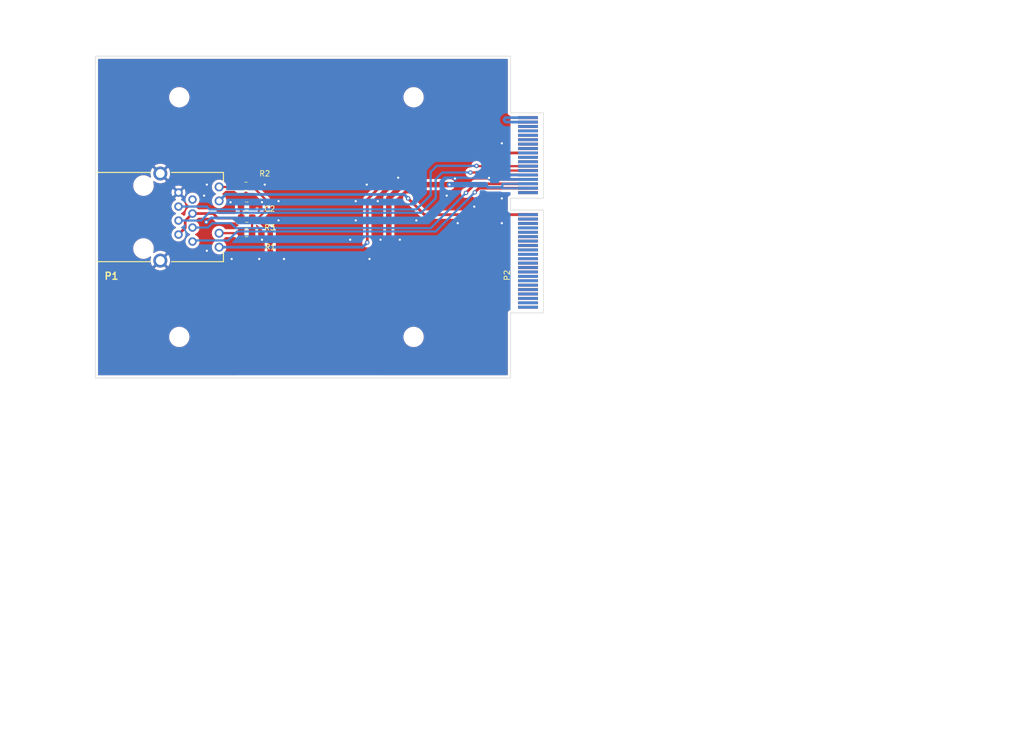
<source format=kicad_pcb>
(kicad_pcb (version 20221018) (generator pcbnew)
  (layers (0 "F.Cu" signal) (31 "B.Cu" signal) (34 "B.Paste" user) (35 "F.Paste" user) (36 "B.SilkS" user "B.Silkscreen") (37 "F.SilkS" user "F.Silkscreen") (38 "B.Mask" user) (39 "F.Mask" user) (44 "Edge.Cuts" user))
  (net 0 "")
  (net 1 "GND")
  (net 2 "LED2")
  (net 3 "TX+")
  (net 4 "TX-")
  (net 5 "RX+")
  (net 6 "RX-")
  (net 7 "LED1")
  (net 53 "+3.3V")
  (net 74 "Net-(P2-Pin_78)")
  (net 76 "Net-(P1-CRD)")
  (net 78 "Net-(P1-AG)")
  (net 79 "Net-(P1-AY)")
  (footprint "Capacitor_SMD:C_0805_2012Metric_Pad1.18x1.45mm_HandSolder" (layer "F.Cu") (at 139.7375 86.4 180)
    (fp_text reference "C2" (at -4.1625 -0.5) (layer "F.SilkS"))
    (fp_text value "1n")
    (fp_line (start -0.261252 -0.735) (end 0.261252 -0.735) (stroke (width 0.12)) (layer "F.SilkS"))
    (fp_line (start -0.261252 0.735) (end 0.261252 0.735) (stroke (width 0.12)) (layer "F.SilkS"))
    (pad "1" smd roundrect (at -1.0375 0 180) (size 1.175 1.45) (layers "F.Cu" "F.Paste" "F.Mask") (roundrect_rratio 0.2127659574) (net 1 "GND"))
    (pad "2" smd roundrect (at 1.0375 0 180) (size 1.175 1.45) (layers "F.Cu" "F.Paste" "F.Mask") (roundrect_rratio 0.2127659574) (net 76 "Net-(P1-CRD)"))
  )
  (footprint "DSOXLAN:cardedge_40x2" (layer "F.Cu") (at 190.754 104.75)
    (fp_text reference "P2" (at -3.8 -5.8 90) (layer "F.SilkS"))
    (fp_text value "CONN_02X40" hide)
    (pad "1" connect rect (at 0 0) (size 3.6 0.55) (layers "F.Cu" "F.Mask"))
    (pad "2" connect rect (at 0 0) (size 3.6 0.55) (layers "B.Cu" "B.Mask"))
    (pad "3" connect rect (at 0 -0.8) (size 3.6 0.55) (layers "F.Cu" "F.Mask"))
    (pad "4" connect rect (at 0 -0.8) (size 3.6 0.55) (layers "B.Cu" "B.Mask"))
    (pad "5" connect rect (at 0 -1.6) (size 3.6 0.55) (layers "F.Cu" "F.Mask"))
    (pad "6" connect rect (at 0 -1.6) (size 3.6 0.55) (layers "B.Cu" "B.Mask"))
    (pad "7" connect rect (at 0 -2.4) (size 3.6 0.55) (layers "F.Cu" "F.Mask"))
    (pad "8" connect rect (at 0 -2.4) (size 3.6 0.55) (layers "B.Cu" "B.Mask"))
    (pad "9" connect rect (at 0 -3.2) (size 3.6 0.55) (layers "F.Cu" "F.Mask"))
    (pad "10" connect rect (at 0 -3.2) (size 3.6 0.55) (layers "B.Cu" "B.Mask"))
    (pad "11" connect rect (at 0 -4) (size 3.6 0.55) (layers "F.Cu" "F.Mask"))
    (pad "12" connect rect (at 0 -4) (size 3.6 0.55) (layers "B.Cu" "B.Mask"))
    (pad "13" connect rect (at 0 -4.8) (size 3.6 0.55) (layers "F.Cu" "F.Mask"))
    (pad "14" connect rect (at 0 -4.8) (size 3.6 0.55) (layers "B.Cu" "B.Mask"))
    (pad "15" connect rect (at 0 -5.6) (size 3.6 0.55) (layers "F.Cu" "F.Mask"))
    (pad "16" connect rect (at 0 -5.6) (size 3.6 0.55) (layers "B.Cu" "B.Mask"))
    (pad "17" connect rect (at 0 -6.4) (size 3.6 0.55) (layers "F.Cu" "F.Mask"))
    (pad "18" connect rect (at 0 -6.4) (size 3.6 0.55) (layers "B.Cu" "B.Mask"))
    (pad "19" connect rect (at 0 -7.2) (size 3.6 0.55) (layers "F.Cu" "F.Mask"))
    (pad "20" connect rect (at 0 -7.2) (size 3.6 0.55) (layers "B.Cu" "B.Mask"))
    (pad "21" connect rect (at 0 -8) (size 3.6 0.55) (layers "F.Cu" "F.Mask"))
    (pad "22" connect rect (at 0 -8) (size 3.6 0.55) (layers "B.Cu" "B.Mask"))
    (pad "23" connect rect (at 0 -8.8) (size 3.6 0.55) (layers "F.Cu" "F.Mask"))
    (pad "24" connect rect (at 0 -8.8) (size 3.6 0.55) (layers "B.Cu" "B.Mask"))
    (pad "25" connect rect (at 0 -9.6) (size 3.6 0.55) (layers "F.Cu" "F.Mask"))
    (pad "26" connect rect (at 0 -9.6) (size 3.6 0.55) (layers "B.Cu" "B.Mask"))
    (pad "27" connect rect (at 0 -10.4) (size 3.6 0.55) (layers "F.Cu" "F.Mask"))
    (pad "28" connect rect (at 0 -10.4) (size 3.6 0.55) (layers "B.Cu" "B.Mask"))
    (pad "29" connect rect (at 0 -11.2) (size 3.6 0.55) (layers "F.Cu" "F.Mask"))
    (pad "30" connect rect (at 0 -11.2) (size 3.6 0.55) (layers "B.Cu" "B.Mask"))
    (pad "31" connect rect (at 0 -12) (size 3.6 0.55) (layers "F.Cu" "F.Mask"))
    (pad "32" connect rect (at 0 -12) (size 3.6 0.55) (layers "B.Cu" "B.Mask"))
    (pad "33" connect rect (at 0 -12.8) (size 3.6 0.55) (layers "F.Cu" "F.Mask"))
    (pad "34" connect rect (at 0 -12.8) (size 3.6 0.55) (layers "B.Cu" "B.Mask"))
    (pad "35" connect rect (at 0 -13.6) (size 3.6 0.55) (layers "F.Cu" "F.Mask"))
    (pad "36" connect rect (at 0 -13.6) (size 3.6 0.55) (layers "B.Cu" "B.Mask"))
    (pad "37" connect rect (at 0 -14.4) (size 3.6 0.55) (layers "F.Cu" "F.Mask"))
    (pad "38" connect rect (at 0 -14.4) (size 3.6 0.55) (layers "B.Cu" "B.Mask"))
    (pad "39" connect rect (at 0 -15.2) (size 3.6 0.55) (layers "F.Cu" "F.Mask"))
    (pad "40" connect rect (at 0 -15.2) (size 3.6 0.55) (layers "B.Cu" "B.Mask"))
    (pad "41" connect rect (at 0 -16) (size 3.6 0.55) (layers "F.Cu" "F.Mask"))
    (pad "42" connect rect (at 0 -16) (size 3.6 0.55) (layers "B.Cu" "B.Mask"))
    (pad "43" connect rect (at 0 -16.8) (size 3.6 0.55) (layers "F.Cu" "F.Mask") (net 2 "LED2"))
    (pad "44" connect rect (at 0 -16.8) (size 3.6 0.55) (layers "B.Cu" "B.Mask"))
    (pad "45" connect rect (at 0 -20.8) (size 3.6 0.55) (layers "F.Cu" "F.Mask"))
    (pad "46" connect rect (at 0 -20.8) (size 3.6 0.55) (layers "B.Cu" "B.Mask"))
    (pad "47" connect rect (at 0 -21.6) (size 3.6 0.55) (layers "F.Cu" "F.Mask") (net 3 "TX+"))
    (pad "48" connect rect (at 0 -21.6) (size 3.6 0.55) (layers "B.Cu" "B.Mask") (net 53 "+3.3V"))
    (pad "49" connect rect (at 0 -22.4) (size 3.6 0.55) (layers "F.Cu" "F.Mask") (net 4 "TX-"))
    (pad "50" connect rect (at 0 -22.4) (size 3.6 0.55) (layers "B.Cu" "B.Mask") (net 53 "+3.3V"))
    (pad "51" connect rect (at 0 -23.2) (size 3.6 0.55) (layers "F.Cu" "F.Mask") (net 1 "GND"))
    (pad "52" connect rect (at 0 -23.2) (size 3.6 0.55) (layers "B.Cu" "B.Mask") (net 1 "GND"))
    (pad "53" connect rect (at 0 -24) (size 3.6 0.55) (layers "F.Cu" "F.Mask") (net 1 "GND"))
    (pad "54" connect rect (at 0 -24) (size 3.6 0.55) (layers "B.Cu" "B.Mask") (net 1 "GND"))
    (pad "55" connect rect (at 0 -24.8) (size 3.6 0.55) (layers "F.Cu" "F.Mask") (net 5 "RX+"))
    (pad "56" connect rect (at 0 -24.8) (size 3.6 0.55) (layers "B.Cu" "B.Mask"))
    (pad "57" connect rect (at 0 -25.6) (size 3.6 0.55) (layers "F.Cu" "F.Mask") (net 6 "RX-"))
    (pad "58" connect rect (at 0 -25.6) (size 3.6 0.55) (layers "B.Cu" "B.Mask"))
    (pad "59" connect rect (at 0 -26.4) (size 3.6 0.55) (layers "F.Cu" "F.Mask"))
    (pad "60" connect rect (at 0 -26.4) (size 3.6 0.55) (layers "B.Cu" "B.Mask"))
    (pad "61" connect rect (at 0 -27.2) (size 3.6 0.55) (layers "F.Cu" "F.Mask"))
    (pad "62" connect rect (at 0 -27.2) (size 3.6 0.55) (layers "B.Cu" "B.Mask"))
    (pad "63" connect rect (at 0 -28) (size 3.6 0.55) (layers "F.Cu" "F.Mask") (net 7 "LED1"))
    (pad "64" connect rect (at 0 -28) (size 3.6 0.55) (layers "B.Cu" "B.Mask"))
    (pad "65" connect rect (at 0 -28.8) (size 3.6 0.55) (layers "F.Cu" "F.Mask"))
    (pad "66" connect rect (at 0 -28.8) (size 3.6 0.55) (layers "B.Cu" "B.Mask"))
    (pad "67" connect rect (at 0 -29.6) (size 3.6 0.55) (layers "F.Cu" "F.Mask"))
    (pad "68" connect rect (at 0 -29.6) (size 3.6 0.55) (layers "B.Cu" "B.Mask"))
    (pad "69" connect rect (at 0 -30.4) (size 3.6 0.55) (layers "F.Cu" "F.Mask"))
    (pad "70" connect rect (at 0 -30.4) (size 3.6 0.55) (layers "B.Cu" "B.Mask"))
    (pad "71" connect rect (at 0 -31.2) (size 3.6 0.55) (layers "F.Cu" "F.Mask"))
    (pad "72" connect rect (at 0 -31.2) (size 3.6 0.55) (layers "B.Cu" "B.Mask"))
    (pad "73" connect rect (at 0 -32) (size 3.6 0.55) (layers "F.Cu" "F.Mask"))
    (pad "74" connect rect (at 0 -32) (size 3.6 0.55) (layers "B.Cu" "B.Mask"))
    (pad "75" connect rect (at 0 -32.8) (size 3.6 0.55) (layers "F.Cu" "F.Mask"))
    (pad "76" connect rect (at 0 -32.8) (size 3.6 0.55) (layers "B.Cu" "B.Mask"))
    (pad "77" connect rect (at 0 -33.6) (size 3.6 0.55) (layers "F.Cu" "F.Mask"))
    (pad "78" connect rect (at 0 -33.6) (size 3.6 0.55) (layers "B.Cu" "B.Mask") (net 74 "Net-(P2-Pin_78)"))
    (pad "79" connect rect (at 0 -34.4) (size 3.6 0.55) (layers "F.Cu" "F.Mask"))
    (pad "80" connect rect (at 0 -34.4) (size 3.6 0.55) (layers "B.Cu" "B.Mask") (net 74 "Net-(P2-Pin_78)"))
  )
  (footprint "Resistor_SMD:R_0805_2012Metric_Pad1.20x1.40mm_HandSolder" (layer "F.Cu") (at 139.7 91.2 180)
    (fp_text reference "R1" (at -4.3 -2.6 180) (layer "F.SilkS"))
    (fp_text value "470R")
    (fp_line (start -0.227064 -0.735) (end 0.227064 -0.735) (stroke (width 0.12)) (layer "F.SilkS"))
    (fp_line (start -0.227064 0.735) (end 0.227064 0.735) (stroke (width 0.12)) (layer "F.SilkS"))
    (pad "1" smd roundrect (at -1 0 180) (size 1.2 1.4) (layers "F.Cu" "F.Paste" "F.Mask") (roundrect_rratio 0.2083333333) (net 53 "+3.3V"))
    (pad "2" smd roundrect (at 1 0 180) (size 1.2 1.4) (layers "F.Cu" "F.Paste" "F.Mask") (roundrect_rratio 0.2083333333) (net 78 "Net-(P1-AG)"))
  )
  (footprint "Resistor_SMD:R_0805_2012Metric_Pad1.20x1.40mm_HandSolder" (layer "F.Cu") (at 139.6 82.8 180)
    (fp_text reference "R2" (at -3.4 2.3 180) (layer "F.SilkS"))
    (fp_text value "470R")
    (fp_line (start -0.227064 -0.735) (end 0.227064 -0.735) (stroke (width 0.12)) (layer "F.SilkS"))
    (fp_line (start -0.227064 0.735) (end 0.227064 0.735) (stroke (width 0.12)) (layer "F.SilkS"))
    (pad "1" smd roundrect (at -1 0 180) (size 1.2 1.4) (layers "F.Cu" "F.Paste" "F.Mask") (roundrect_rratio 0.2083333333) (net 53 "+3.3V"))
    (pad "2" smd roundrect (at 1 0 180) (size 1.2 1.4) (layers "F.Cu" "F.Paste" "F.Mask") (roundrect_rratio 0.2083333333) (net 79 "Net-(P1-AY)"))
  )
  (footprint "Resistor_SMD:R_0805_2012Metric_Pad1.20x1.40mm_HandSolder" (layer "F.Cu") (at 139.7375 88.59 180)
    (fp_text reference "R3" (at -4.1625 -1.71) (layer "F.SilkS"))
    (fp_text value "10R")
    (fp_line (start -0.227064 -0.735) (end 0.227064 -0.735) (stroke (width 0.12)) (layer "F.SilkS"))
    (fp_line (start -0.227064 0.735) (end 0.227064 0.735) (stroke (width 0.12)) (layer "F.SilkS"))
    (pad "1" smd roundrect (at -1 0 180) (size 1.2 1.4) (layers "F.Cu" "F.Paste" "F.Mask") (roundrect_rratio 0.2083333333) (net 53 "+3.3V"))
    (pad "2" smd roundrect (at 1 0 180) (size 1.2 1.4) (layers "F.Cu" "F.Paste" "F.Mask") (roundrect_rratio 0.2083333333) (net 76 "Net-(P1-CRD)"))
  )
  (footprint "DSOXLAN:WURTH-7499010121A" (layer "F.Cu") (at 129.9 92.83 90)
    (fp_text reference "P1" (at -6.27 -14.7 180) (layer "F.SilkS") (effects (font (size 1.27 1.27) (thickness 0.254))))
    (fp_text value "7499010121A" hide)
    (fp_line (start -3.655 -7.62) (end -3.655 -17.2) (stroke (width 0.2032)) (layer "F.SilkS"))
    (fp_line (start -3.655 5.61) (end -3.655 -3.81) (stroke (width 0.2032)) (layer "F.SilkS"))
    (fp_line (start -2 5.61) (end -3.655 5.61) (stroke (width 0.2032)) (layer "F.SilkS"))
    (fp_line (start 12.545 -17.2) (end 12.545 -7.62) (stroke (width 0.2032)) (layer "F.SilkS"))
    (fp_line (start 12.545 -3.81) (end 12.545 5.61) (stroke (width 0.2032)) (layer "F.SilkS"))
    (fp_line (start 12.545 5.61) (end 11 5.61) (stroke (width 0.2032)) (layer "F.SilkS"))
    (pad "" np_thru_hole circle (at -1.27 -8.89 90) (size 3.25 3.25) (drill 3.25) (layers "*.Cu" "*.Mask"))
    (pad "" np_thru_hole circle (at 10.16 -8.89 90) (size 3.25 3.25) (drill 3.25) (layers "*.Cu" "*.Mask"))
    (pad "1" thru_hole circle (at 0 0 90) (size 1.524 1.524) (drill 0.9) (layers "*.Cu" "*.Mask") (net 3 "TX+"))
    (pad "2" thru_hole circle (at 1.27 -2.54 90) (size 1.524 1.524) (drill 0.9) (layers "*.Cu" "*.Mask") (net 76 "Net-(P1-CRD)"))
    (pad "3" thru_hole circle (at 2.54 0 90) (size 1.524 1.524) (drill 0.9) (layers "*.Cu" "*.Mask") (net 4 "TX-"))
    (pad "4" thru_hole circle (at 3.81 -2.54 90) (size 1.524 1.524) (drill 0.9) (layers "*.Cu" "*.Mask") (net 5 "RX+"))
    (pad "5" thru_hole circle (at 5.08 0 90) (size 1.524 1.524) (drill 0.9) (layers "*.Cu" "*.Mask") (net 76 "Net-(P1-CRD)"))
    (pad "6" thru_hole circle (at 6.35 -2.54 90) (size 1.524 1.524) (drill 0.9) (layers "*.Cu" "*.Mask") (net 6 "RX-"))
    (pad "7" thru_hole circle (at 7.62 0 90) (size 1.524 1.524) (drill 0.9) (layers "*.Cu" "*.Mask"))
    (pad "8" thru_hole circle (at 8.89 -2.54 90) (size 1.524 1.524) (drill 0.9) (layers "*.Cu" "*.Mask") (net 1 "GND"))
    (pad "9" thru_hole circle (at -1.02 4.83 90) (size 1.6256 1.6256) (drill 1.02) (layers "*.Cu" "*.Mask") (net 7 "LED1"))
    (pad "10" thru_hole circle (at 1.52 4.83 90) (size 1.6256 1.6256) (drill 1.02) (layers "*.Cu" "*.Mask") (net 78 "Net-(P1-AG)"))
    (pad "11" thru_hole circle (at 7.37 4.83 90) (size 1.6256 1.6256) (drill 1.02) (layers "*.Cu" "*.Mask") (net 2 "LED2"))
    (pad "12" thru_hole circle (at 9.91 4.83 90) (size 1.6256 1.6256) (drill 1.02) (layers "*.Cu" "*.Mask") (net 79 "Net-(P1-AY)"))
    (pad "13" thru_hole circle (at 12.345 -5.84 90) (size 2.54 2.54) (drill 1.6) (layers "*.Cu" "*.Mask") (net 1 "GND"))
    (pad "14" thru_hole circle (at -3.455 -5.84 90) (size 2.54 2.54) (drill 1.6) (layers "*.Cu" "*.Mask") (net 1 "GND"))
  )
  (footprint "MountingHole:MountingHole_3.2mm_M3_ISO7380" (layer "F.Cu") (at 127.5 110.142)
    (fp_text reference "H102" hide)
    (fp_text value "MountingHole")
    (pad "" np_thru_hole circle (at 0 0) (size 3.2 3.2) (drill 3.2) (layers "*.Cu" "*.Mask"))
  )
  (footprint "MountingHole:MountingHole_3.2mm_M3_ISO7380" (layer "F.Cu") (at 127.5 66.642)
    (fp_text reference "H101" hide)
    (fp_text value "MountingHole")
    (pad "" np_thru_hole circle (at 0 0) (size 3.2 3.2) (drill 3.2) (layers "*.Cu" "*.Mask"))
  )
  (footprint "MountingHole:MountingHole_3.2mm_M3_ISO7380" (layer "F.Cu") (at 170 66.642)
    (fp_text reference "H103" hide)
    (fp_text value "MountingHole")
    (pad "" np_thru_hole circle (at 0 0) (size 3.2 3.2) (drill 3.2) (layers "F&B.Cu" "*.Mask"))
  )
  (footprint "MountingHole:MountingHole_3.2mm_M3_ISO7380" (layer "F.Cu") (at 170 110.142)
    (fp_text reference "H104" hide)
    (fp_text value "MountingHole")
    (pad "" np_thru_hole circle (at 0 0) (size 3.2 3.2) (drill 3.2) (layers "F&B.Cu" "*.Mask"))
  )
  (footprint "DSOXLAN:Lid" (layer "F.Cu") (at 113 88.392)
    (fp_text reference "REF**" hide)
    (fp_text value "Lid")
  )
  (footprint "DSOXLAN:Spacer2b" (layer "F.Cu") (at 170 88.392 90)
    (fp_text reference "REF**" hide)
    (fp_text value "Spacer2b")
  )
  (footprint "Symbol:OSHW-Symbol_6.7x6mm_Copper" (layer "F.Cu") (at 149 64.5)
    (fp_text reference "SYM101" hide)
    (fp_text value "Logo_Open_Hardware_Small" hide)
    (fp_poly (pts (xy 0.555814 -2.531069) (xy 0.639635 -2.086445) (xy 0.94892 -1.958947) (xy 1.258206 -1.831449) (xy 1.629246 -2.083754) (xy 1.733157 -2.154004) (xy 1.827087 -2.216728) (xy 1.906652 -2.269062) (xy 1.96747 -2.308143) (xy 2.005157 -2.331107) (xy 2.015421 -2.336058) (xy 2.03391 -2.323324) (xy 2.07342 -2.288118) (xy 2.129522 -2.234938) (xy 2.197787 -2.168282) (xy 2.273786 -2.092646) (xy 2.353092 -2.012528) (xy 2.431275 -1.932426) (xy 2.503907 -1.856836) (xy 2.566559 -1.790255) (xy 2.614803 -1.737182) (xy 2.64421 -1.702113) (xy 2.651241 -1.690377) (xy 2.641123 -1.66874) (xy 2.612759 -1.621338) (xy 2.569129 -1.552807) (xy 2.513218 -1.467785) (xy 2.448006 -1.370907) (xy 2.410219 -1.31565) (xy 2.341343 -1.214752) (xy 2.28014 -1.123701) (xy 2.229578 -1.04703) (xy 2.192628 -0.989272) (xy 2.172258 -0.954957) (xy 2.169197 -0.947746) (xy 2.176136 -0.927252) (xy 2.195051 -0.879487) (xy 2.223087 -0.811168) (xy 2.257391 -0.729011) (xy 2.295109 -0.63973) (xy 2.333387 -0.550042) (xy 2.36937 -0.466662) (xy 2.400206 -0.396306) (xy 2.423039 -0.34569) (xy 2.435017 -0.321529) (xy 2.435724 -0.320578) (xy 2.454531 -0.315964) (xy 2.504618 -0.305672) (xy 2.580793 -0.290713) (xy 2.677865 -0.272099) (xy 2.790643 -0.250841) (xy 2.856442 -0.238582) (xy 2.97695 -0.215638) (xy 3.085797 -0.193805) (xy 3.177476 -0.174278) (xy 3.246481 -0.158252) (xy 3.287304 -0.146921) (xy 3.295511 -0.143326) (xy 3.303548 -0.118994) (xy 3.310033 -0.064041) (xy 3.31497 0.015108) (xy 3.318364 0.112026) (xy 3.320218 0.220287) (xy 3.320538 0.333465) (xy 3.319327 0.445135) (xy 3.31659 0.548868) (xy 3.312331 0.638241) (xy 3.306555 0.706826) (xy 3.299267 0.748197) (xy 3.294895 0.75681) (xy 3.268764 0.767133) (xy 3.213393 0.781892) (xy 3.136107 0.799352) (xy 3.04423 0.81778) (xy 3.012158 0.823741) (xy 2.857524 0.852066) (xy 2.735375 0.874876) (xy 2.641673 0.89308) (xy 2.572384 0.907583) (xy 2.523471 0.919292) (xy 2.490897 0.929115) (xy 2.470628 0.937956) (xy 2.458626 0.946724) (xy 2.456947 0.948457) (xy 2.440184 0.976371) (xy 2.414614 1.030695) (xy 2.382788 1.104777) (xy 2.34726 1.191965) (xy 2.310583 1.285608) (xy 2.275311 1.379052) (xy 2.243996 1.465647) (xy 2.219193 1.53874) (xy 2.203454 1.591678) (xy 2.199332 1.617811) (xy 2.199676 1.618726) (xy 2.213641 1.640086) (xy 2.245322 1.687084) (xy 2.291391 1.754827) (xy 2.348518 1.838423) (xy 2.413373 1.932982) (xy 2.431843 1.959854) (xy 2.497699 2.057275) (xy 2.55565 2.146163) (xy 2.602538 2.221412) (xy 2.635207 2.27792) (xy 2.6505 2.310581) (xy 2.651241 2.314593) (xy 2.638392 2.335684) (xy 2.602888 2.377464) (xy 2.549293 2.435445) (xy 2.482171 2.505135) (xy 2.406087 2.582045) (xy 2.325604 2.661683) (xy 2.245287 2.739561) (xy 2.169699 2.811186) (xy 2.103405 2.87207) (xy 2.050969 2.917721) (xy 2.016955 2.94365) (xy 2.007545 2.947883) (xy 1.985643 2.937912) (xy 1.9408 2.91102) (xy 1.880321 2.871736) (xy 1.833789 2.840117) (xy 1.749475 2.782098) (xy 1.649626 2.713784) (xy 1.549473 2.645579) (xy 1.495627 2.609075) (xy 1.313371 2.4858) (xy 1.160381 2.56852) (xy 1.090682 2.604759) (xy 1.031414 2.632926) (xy 0.991311 2.648991) (xy 0.981103 2.651226) (xy 0.968829 2.634722) (xy 0.944613 2.588082) (xy 0.910263 2.515609) (xy 0.867588 2.421606) (xy 0.818394 2.310374) (xy 0.76449 2.186215) (xy 0.707684 2.053432) (xy 0.649782 1.916327) (xy 0.592593 1.779202) (xy 0.537924 1.646358) (xy 0.487584 1.522098) (xy 0.44338 1.410725) (xy 0.407119 1.316539) (xy 0.380609 1.243844) (xy 0.365658 1.196941) (xy 0.363254 1.180833) (xy 0.382311 1.160286) (xy 0.424036 1.126933) (xy 0.479706 1.087702) (xy 0.484378 1.084599) (xy 0.628264 0.969423) (xy 0.744283 0.835053) (xy 0.83143 0.685784) (xy 0.888699 0.525913) (xy 0.915086 0.359737) (xy 0.909585 0.191552) (xy 0.87119 0.025655) (xy 0.798895 -0.133658) (xy 0.777626 -0.168513) (xy 0.666996 -0.309263) (xy 0.536302 -0.422286) (xy 0.390064 -0.506997) (xy 0.232808 -0.562806) (xy 0.069057 -0.589126) (xy -0.096667 -0.58537) (xy -0.259838 -0.55095) (xy -0.415935 -0.485277) (xy -0.560433 -0.387765) (xy -0.605131 -0.348187) (xy -0.718888 -0.224297) (xy -0.801782 -0.093876) (xy -0.858644 0.052315) (xy -0.890313 0.197088) (xy -0.898131 0.35986) (xy -0.872062 0.52344) (xy -0.814755 0.682298) (xy -0.728856 0.830906) (xy -0.617014 0.963735) (xy -0.481877 1.075256) (xy -0.464117 1.087011) (xy -0.40785 1.125508) (xy -0.365077 1.158863) (xy -0.344628 1.18016) (xy -0.344331 1.180833) (xy -0.348721 1.203871) (xy -0.366124 1.256157) (xy -0.394732 1.33339) (xy -0.432735 1.431268) (xy -0.478326 1.545491) (xy -0.529697 1.671758) (xy -0.585038 1.805767) (xy -0.642542 1.943218) (xy -0.700399 2.079808) (xy -0.756802 2.211237) (xy -0.809942 2.333205) (xy -0.85801 2.441409) (xy -0.899199 2.531549) (xy -0.931699 2.599323) (xy -0.953703 2.64043) (xy -0.962564 2.651226) (xy -0.98964 2.642819) (xy -1.040303 2.620272) (xy -1.105817 2.587613) (xy -1.141841 2.56852) (xy -1.294832 2.4858) (xy -1.477088 2.609075) (xy -1.570125 2.672228) (xy -1.671985 2.741727) (xy -1.767438 2.807165) (xy -1.81525 2.840117) (xy -1.882495 2.885273) (xy -1.939436 2.921057) (xy -1.978646 2.942938) (xy -1.991381 2.947563) (xy -2.009917 2.935085) (xy -2.050941 2.900252) (xy -2.110475 2.846678) (xy -2.184542 2.777983) (xy -2.269165 2.697781) (xy -2.322685 2.646286) (xy -2.416319 2.554286) (xy -2.497241 2.471999) (xy -2.562177 2.402945) (xy -2.607858 2.350644) (xy -2.631011 2.318616) (xy -2.633232 2.312116) (xy -2.622924 2.287394) (xy -2.594439 2.237405) (xy -2.550937 2.167212) (xy -2.495577 2.081875) (xy -2.43152 1.986456) (xy -2.413303 1.959854) (xy -2.346927 1.863167) (xy -2.287378 1.776117) (xy -2.237984 1.703595) (xy -2.202075 1.650493) (xy -2.182981 1.621703) (xy -2.181136 1.618726) (xy -2.183895 1.595782) (xy -2.198538 1.545336) (xy -2.222513 1.474041) (xy -2.253266 1.388547) (xy -2.288244 1.295507) (xy -2.324893 1.201574) (xy -2.360661 1.113399) (xy -2.392994 1.037634) (xy -2.419338 0.980931) (xy -2.437142 0.949943) (xy -2.438407 0.948457) (xy -2.449294 0.939601) (xy -2.467682 0.930843) (xy -2.497606 0.921277) (xy -2.543103 0.909996) (xy -2.608209 0.896093) (xy -2.696961 0.878663) (xy -2.813393 0.856798) (xy -2.961542 0.829591) (xy -2.993618 0.823741) (xy -3.088686 0.805374) (xy -3.171565 0.787405) (xy -3.23493 0.771569) (xy -3.271458 0.7596) (xy -3.276356 0.75681) (xy -3.284427 0.732072) (xy -3.290987 0.67679) (xy -3.296033 0.597389) (xy -3.299559 0.500296) (xy -3.301561 0.391938) (xy -3.302036 0.27874) (xy -3.300977 0.167128) (xy -3.298382 0.063529) (xy -3.294246 -0.025632) (xy -3.288563 -0.093928) (xy -3.281331 -0.134934) (xy -3.276971 -0.143326) (xy -3.252698 -0.151792) (xy -3.197426 -0.165565) (xy -3.116662 -0.18345) (xy -3.015912 -0.204252) (xy -2.900683 -0.226777) (xy -2.837902 -0.238582) (xy -2.718787 -0.260849) (xy -2.612565 -0.281021) (xy -2.524427 -0.298085) (xy -2.459566 -0.311031) (xy -2.423174 -0.318845) (xy -2.417184 -0.320578) (xy -2.407061 -0.34011) (xy -2.385662 -0.387157) (xy -2.355839 -0.454997) (xy -2.320445 -0.536909) (xy -2.282332 -0.626172) (xy -2.244353 -0.716065) (xy -2.20936 -0.799865) (xy -2.180206 -0.870853) (xy -2.159743 -0.922306) (xy -2.150823 -0.947503) (xy -2.150657 -0.948604) (xy -2.160769 -0.968481) (xy -2.189117 -1.014223) (xy -2.232723 -1.081283) (xy -2.288606 -1.165116) (xy -2.353787 -1.261174) (xy -2.391679 -1.31635) (xy -2.460725 -1.417519) (xy -2.52205 -1.50937) (xy -2.572663 -1.587256) (xy -2.609571 -1.646531) (xy -2.629782 -1.682549) (xy -2.632701 -1.690623) (xy -2.620153 -1.709416) (xy -2.585463 -1.749543) (xy -2.533063 -1.806507) (xy -2.467384 -1.875815) (xy -2.392856 -1.952969) (xy -2.313913 -2.033475) (xy -2.234983 -2.112837) (xy -2.1605 -2.18656) (xy -2.094894 -2.250148) (xy -2.042596 -2.299106) (xy -2.008039 -2.328939) (xy -1.996478 -2.336058) (xy -1.977654 -2.326047) (xy -1.932631 -2.297922) (xy -1.865787 -2.254546) (xy -1.781499 -2.198782) (xy -1.684144 -2.133494) (xy -1.610707 -2.083754) (xy -1.239667 -1.831449) (xy -0.621095 -2.086445) (xy -0.537275 -2.531069) (xy -0.453454 -2.975693) (xy 0.471994 -2.975693) (xy 0.555814 -2.531069)) (stroke (width 0.01)) (fill solid) (layer "F.Cu"))
  )
  (footprint "DSOXLAN:Spacer1a" (layer "B.Cu") (at 170 88.392 90)
    (fp_text reference "REF**" hide)
    (fp_text value "Spacer1a")
  )
  (gr_line (start 193.548 69.469) (end 187.579 69.469) (stroke (width 0.1)) (layer "Edge.Cuts"))
  (gr_line (start 179.578 117.602) (end 187.579 117.602) (stroke (width 0.1)) (layer "Edge.Cuts"))
  (gr_line (start 187.579 105.791) (end 193.548 105.791) (stroke (width 0.1)) (layer "Edge.Cuts"))
  (gr_line (start 187.579 69.469) (end 187.579 59.182) (stroke (width 0.1)) (layer "Edge.Cuts"))
  (gr_line (start 193.548 84.963) (end 193.548 69.469) (stroke (width 0.1)) (layer "Edge.Cuts"))
  (gr_line (start 193.548 105.791) (end 193.548 87.122) (stroke (width 0.1)) (layer "Edge.Cuts"))
  (gr_line (start 187.579 117.602) (end 187.579 105.791) (stroke (width 0.1)) (layer "Edge.Cuts"))
  (gr_line (start 112.268 117.602) (end 179.578 117.602) (stroke (width 0.1)) (layer "Edge.Cuts"))
  (gr_line (start 187.579 59.182) (end 112.268 59.182) (stroke (width 0.1)) (layer "Edge.Cuts"))
  (gr_line (start 187.579 87.122) (end 187.579 84.963) (stroke (width 0.1)) (layer "Edge.Cuts"))
  (gr_line (start 193.548 87.122) (end 187.579 87.122) (stroke (width 0.1)) (layer "Edge.Cuts"))
  (gr_line (start 187.579 84.963) (end 193.548 84.963) (stroke (width 0.1)) (layer "Edge.Cuts"))
  (gr_line (start 112.268 59.182) (end 112.268 117.602) (stroke (width 0.1)) (layer "Edge.Cuts"))
  (gr_text "DIY DSOXLAN\nAW 2014-12-13\nDL8DTL 2024-05-18" (at 151.11013 112.916902) (layer "F.Cu") (effects (font (size 1.5 1.5) (thickness 0.3))))
  (segment (start 183.95 81.55) (end 183.68 81.28) (width 0.5) (layer "F.Cu") (net 1))
  (segment (start 183.68 81.28) (end 184.21 80.75) (width 0.5) (layer "F.Cu") (net 1))
  (segment (start 190.754 81.55) (end 183.95 81.55) (width 0.5) (layer "F.Cu") (net 1))
  (segment (start 184.21 80.75) (end 190.754 80.75) (width 0.5) (layer "F.Cu") (net 1))
  (via (at 132.5 94.5) (size 0.8) (drill 0.4) (layers "F.Cu" "B.Cu") (net 1))
  (via (at 163.5 85.5) (size 0.8) (drill 0.4) (layers "F.Cu" "B.Cu") (net 1))
  (via (at 183.68 81.28) (size 0.8) (drill 0.4) (layers "F.Cu" "B.Cu") (net 1))
  (via (at 142.5 85.6805) (size 0.8) (drill 0.4) (layers "F.Cu" "B.Cu") (net 1))
  (via (at 146.5 96) (size 0.8) (drill 0.4) (layers "F.Cu" "B.Cu") (net 1))
  (via (at 178 89.5) (size 0.8) (drill 0.4) (layers "F.Cu" "B.Cu") (net 1))
  (via (at 186 85) (size 0.8) (drill 0.4) (layers "F.Cu" "B.Cu") (net 1))
  (via (at 159.5 85.5) (size 0.8) (drill 0.4) (layers "F.Cu" "B.Cu") (net 1))
  (via (at 145.5 89) (size 0.8) (drill 0.4) (layers "F.Cu" "B.Cu") (net 1))
  (via (at 132.5 82.5) (size 0.8) (drill 0.4) (layers "F.Cu" "B.Cu") (net 1))
  (via (at 142.5 92.5) (size 0.8) (drill 0.4) (layers "F.Cu" "B.Cu") (net 1))
  (via (at 145.5 85.5) (size 0.8) (drill 0.4) (layers "F.Cu" "B.Cu") (net 1))
  (via (at 136.8 85.7) (size 0.8) (drill 0.4) (layers "F.Cu" "B.Cu") (net 1))
  (via (at 186 89.5) (size 0.8) (drill 0.4) (layers "F.Cu" "B.Cu") (net 1))
  (via (at 161.5 82.5) (size 0.8) (drill 0.4) (layers "F.Cu" "B.Cu") (net 1))
  (via (at 170.5 89) (size 0.8) (drill 0.4) (layers "F.Cu" "B.Cu") (net 1))
  (via (at 186 75) (size 0.8) (drill 0.4) (layers "F.Cu" "B.Cu") (net 1))
  (via (at 132.4 89.3) (size 0.8) (drill 0.4) (layers "F.Cu" "B.Cu") (net 1))
  (via (at 167.199272 81.245799) (size 0.8) (drill 0.4) (layers "F.Cu" "B.Cu") (net 1))
  (via (at 164 92.5) (size 0.8) (drill 0.4) (layers "F.Cu" "B.Cu") (net 1))
  (via (at 181 86.5) (size 0.8) (drill 0.4) (layers "F.Cu" "B.Cu") (net 1))
  (via (at 143 82.5) (size 0.8) (drill 0.4) (layers "F.Cu" "B.Cu") (net 1))
  (via (at 176 84.5) (size 0.8) (drill 0.4) (layers "F.Cu" "B.Cu") (net 1))
  (via (at 177.5 81.4005) (size 0.8) (drill 0.4) (layers "F.Cu" "B.Cu") (net 1))
  (via (at 132 84.5) (size 0.8) (drill 0.4) (layers "F.Cu" "B.Cu") (net 1))
  (via (at 137 96) (size 0.8) (drill 0.4) (layers "F.Cu" "B.Cu") (net 1))
  (via (at 162 96) (size 0.8) (drill 0.4) (layers "F.Cu" "B.Cu") (net 1))
  (via (at 142 96) (size 0.8) (drill 0.4) (layers "F.Cu" "B.Cu") (net 1))
  (via (at 159.5 89) (size 0.8) (drill 0.4) (layers "F.Cu" "B.Cu") (net 1))
  (via (at 167.5 92.5) (size 0.8) (drill 0.4) (layers "F.Cu" "B.Cu") (net 1))
  (via (at 158.5 92.5) (size 0.8) (drill 0.4) (layers "F.Cu" "B.Cu") (net 1))
  (segment (start 186.100998 81.55) (end 186.055 81.504002) (width 0.5) (layer "B.Cu") (net 1))
  (segment (start 186.055 81.504002) (end 186.055 81.28) (width 0.5) (layer "B.Cu") (net 1))
  (segment (start 186.585 80.75) (end 186.055 81.28) (width 0.5) (layer "B.Cu") (net 1))
  (segment (start 190.754 81.55) (end 186.100998 81.55) (width 0.5) (layer "B.Cu") (net 1))
  (segment (start 186.055 81.28) (end 183.68 81.28) (width 0.5) (layer "B.Cu") (net 1))
  (segment (start 190.754 80.75) (end 186.585 80.75) (width 0.5) (layer "B.Cu") (net 1))
  (segment (start 190.754 87.95) (end 171.95 87.95) (width 0.5) (layer "F.Cu") (net 2))
  (segment (start 171.95 87.95) (end 169 85) (width 0.5) (layer "F.Cu") (net 2))
  (via (at 169 85) (size 0.8) (drill 0.4) (layers "F.Cu" "B.Cu") (net 2))
  (segment (start 135.912536 84.277464) (end 168.277464 84.277464) (width 0.5) (layer "B.Cu") (net 2))
  (segment (start 168.277464 84.277464) (end 169 85) (width 0.5) (layer "B.Cu") (net 2))
  (segment (start 134.73 85.46) (end 135.912536 84.277464) (width 0.5) (layer "B.Cu") (net 2))
  (segment (start 181.85 83.15) (end 181.1 83.9) (width 0.5) (layer "F.Cu") (net 3))
  (segment (start 190.754 83.15) (end 181.85 83.15) (width 0.5) (layer "F.Cu") (net 3))
  (via (at 181.1 83.9) (size 0.8) (drill 0.4) (layers "F.Cu" "B.Cu") (net 3))
  (segment (start 129.9 92.83) (end 130.0928 92.6372) (width 0.4) (layer "B.Cu") (net 3))
  (segment (start 136.3628 92.6372) (end 138 91) (width 0.4) (layer "B.Cu") (net 3))
  (segment (start 138 91) (end 174 91) (width 0.4) (layer "B.Cu") (net 3))
  (segment (start 174 91) (end 181.1 83.9) (width 0.4) (layer "B.Cu") (net 3))
  (segment (start 130.0928 92.6372) (end 136.3628 92.6372) (width 0.4) (layer "B.Cu") (net 3))
  (segment (start 181.15 82.35) (end 179.5 84) (width 0.5) (layer "F.Cu") (net 4))
  (segment (start 190.754 82.35) (end 181.15 82.35) (width 0.5) (layer "F.Cu") (net 4))
  (via (at 179.5 84) (size 0.8) (drill 0.4) (layers "F.Cu" "B.Cu") (net 4))
  (segment (start 129.9 90.29) (end 132.71 90.29) (width 0.4) (layer "B.Cu") (net 4))
  (segment (start 133.5 89.5) (end 136.85118 89.5) (width 0.4) (layer "B.Cu") (net 4))
  (segment (start 132.71 90.29) (end 133.5 89.5) (width 0.4) (layer "B.Cu") (net 4))
  (segment (start 136.85118 89.5) (end 137.751679 90.400499) (width 0.4) (layer "B.Cu") (net 4))
  (segment (start 173.099501 90.400499) (end 179.5 84) (width 0.4) (layer "B.Cu") (net 4))
  (segment (start 137.751679 90.400499) (end 173.099501 90.400499) (width 0.4) (layer "B.Cu") (net 4))
  (segment (start 182.15 79.95) (end 181.8 80.3) (width 0.4) (layer "F.Cu") (net 5))
  (segment (start 181.8 80.3) (end 180.3 80.3) (width 0.4) (layer "F.Cu") (net 5))
  (segment (start 190.754 79.95) (end 182.15 79.95) (width 0.4) (layer "F.Cu") (net 5))
  (via (at 180.3 80.3) (size 0.8) (drill 0.4) (layers "F.Cu" "B.Cu") (net 5))
  (segment (start 171.400499 87.599501) (end 174 85) (width 0.4) (layer "B.Cu") (net 5))
  (segment (start 175.2 80.3) (end 180.3 80.3) (width 0.4) (layer "B.Cu") (net 5))
  (segment (start 132.900499 87.599501) (end 171.400499 87.599501) (width 0.4) (layer "B.Cu") (net 5))
  (segment (start 131.48 89.02) (end 132.900499 87.599501) (width 0.4) (layer "B.Cu") (net 5))
  (segment (start 174 81.5) (end 175.2 80.3) (width 0.4) (layer "B.Cu") (net 5))
  (segment (start 127.36 89.02) (end 131.48 89.02) (width 0.4) (layer "B.Cu") (net 5))
  (segment (start 174 85) (end 174 81.5) (width 0.4) (layer "B.Cu") (net 5))
  (segment (start 181.4 79.1) (end 181.45 79.15) (width 0.4) (layer "F.Cu") (net 6))
  (segment (start 181.45 79.15) (end 190.754 79.15) (width 0.4) (layer "F.Cu") (net 6))
  (via (at 181.4 79.1) (size 0.8) (drill 0.4) (layers "F.Cu" "B.Cu") (net 6))
  (segment (start 174.2 79.1) (end 181.4 79.1) (width 0.4) (layer "B.Cu") (net 6))
  (segment (start 133 87) (end 170.5 87) (width 0.4) (layer "B.Cu") (net 6))
  (segment (start 170.5 87) (end 173.1 84.4) (width 0.4) (layer "B.Cu") (net 6))
  (segment (start 127.36 86.48) (end 132.48 86.48) (width 0.4) (layer "B.Cu") (net 6))
  (segment (start 173.1 80.2) (end 174.2 79.1) (width 0.4) (layer "B.Cu") (net 6))
  (segment (start 173.1 84.4) (end 173.1 80.2) (width 0.4) (layer "B.Cu") (net 6))
  (segment (start 132.48 86.48) (end 133 87) (width 0.4) (layer "B.Cu") (net 6))
  (segment (start 170.05 76.75) (end 161.6 85.2) (width 0.5) (layer "F.Cu") (net 7))
  (segment (start 190.754 76.75) (end 170.05 76.75) (width 0.5) (layer "F.Cu") (net 7))
  (segment (start 161.6 85.2) (end 161.6 93) (width 0.5) (layer "F.Cu") (net 7))
  (via (at 161.6 93) (size 0.8) (drill 0.4) (layers "F.Cu" "B.Cu") (net 7))
  (segment (start 160.75 93.85) (end 161.6 93) (width 0.5) (layer "B.Cu") (net 7))
  (segment (start 134.73 93.85) (end 160.75 93.85) (width 0.5) (layer "B.Cu") (net 7))
  (segment (start 140.7 91.2) (end 140.7 88.6275) (width 0.4) (layer "F.Cu") (net 53))
  (segment (start 164.5 98.5) (end 165.5 97.5) (width 1) (layer "F.Cu") (net 53))
  (segment (start 140.7375 88.59) (end 141.81 88.59) (width 0.4) (layer "F.Cu") (net 53))
  (segment (start 144 96.5) (end 146 98.5) (width 1) (layer "F.Cu") (net 53))
  (segment (start 165.5 97.5) (end 165.5 85) (width 1) (layer "F.Cu") (net 53))
  (segment (start 142.12 88.9) (end 144 90.78) (width 1) (layer "F.Cu") (net 53))
  (segment (start 165.5 85) (end 168 82.5) (width 1) (layer "F.Cu") (net 53))
  (segment (start 140.7 88.6275) (end 140.7375 88.59) (width 0.4) (layer "F.Cu") (net 53))
  (segment (start 146 98.5) (end 164.5 98.5) (width 1) (layer "F.Cu") (net 53))
  (segment (start 168 82.5) (end 176.5 82.5) (width 1) (layer "F.Cu") (net 53))
  (segment (start 143.2995 87.1005) (end 143.2995 85.349336) (width 0.4) (layer "F.Cu") (net 53))
  (segment (start 144 90.78) (end 144 96.5) (width 1) (layer "F.Cu") (net 53))
  (segment (start 142.12 88.9) (end 141.81 88.59) (width 0.4) (layer "F.Cu") (net 53))
  (segment (start 141.81 88.59) (end 143.2995 87.1005) (width 0.4) (layer "F.Cu") (net 53))
  (segment (start 143.2995 85.349336) (end 140.750164 82.8) (width 0.4) (layer "F.Cu") (net 53))
  (segment (start 140.750164 82.8) (end 140.6 82.8) (width 0.4) (layer "F.Cu") (net 53))
  (via (at 176.5 82.5) (size 0.8) (drill 0.4) (layers "F.Cu" "B.Cu") (net 53))
  (segment (start 176.5 82.5) (end 183 82.5) (width 1) (layer "B.Cu") (net 53))
  (segment (start 186.1 83) (end 186.1 83.1) (width 0.4) (layer "B.Cu") (net 53))
  (segment (start 186.15 82.35) (end 186.1 82.4) (width 0.4) (layer "B.Cu") (net 53))
  (segment (start 186.1 83.1) (end 186.15 83.15) (width 0.4) (layer "B.Cu") (net 53))
  (segment (start 183.5 83) (end 186.1 83) (width 0.5) (layer "B.Cu") (net 53))
  (segment (start 186.1 82.4) (end 186.1 83) (width 0.4) (layer "B.Cu") (net 53))
  (segment (start 183 82.5) (end 183.5 83) (width 0.5) (layer "B.Cu") (net 53))
  (segment (start 190.754 82.35) (end 186.15 82.35) (width 0.4) (layer "B.Cu") (net 53))
  (segment (start 186.15 83.15) (end 190.754 83.15) (width 0.4) (layer "B.Cu") (net 53))
  (segment (start 186.72 71.15) (end 186.436 70.866) (width 0.5) (layer "B.Cu") (net 74))
  (segment (start 186.436 70.866) (end 186.436 70.612) (width 0.5) (layer "B.Cu") (net 74))
  (segment (start 186.436 70.612) (end 186.698 70.35) (width 0.5) (layer "B.Cu") (net 74))
  (segment (start 186.698 70.35) (end 190.754 70.35) (width 0.5) (layer "B.Cu") (net 74))
  (segment (start 190.754 71.15) (end 186.72 71.15) (width 0.5) (layer "B.Cu") (net 74))
  (segment (start 138.7375 86.4375) (end 138.7 86.4) (width 0.5) (layer "F.Cu") (net 76))
  (segment (start 138.7375 88.59) (end 138.7375 86.4375) (width 0.5) (layer "F.Cu") (net 76))
  (segment (start 133.65 87.75) (end 129.9 87.75) (width 0.5) (layer "F.Cu") (net 76))
  (segment (start 128.572 90.348) (end 127.36 91.56) (width 0.5) (layer "F.Cu") (net 76))
  (segment (start 129.9 87.75) (end 128.572 89.078) (width 0.5) (layer "F.Cu") (net 76))
  (segment (start 138.7375 88.59) (end 134.49 88.59) (width 0.5) (layer "F.Cu") (net 76))
  (segment (start 128.572 89.078) (end 128.572 90.348) (width 0.5) (layer "F.Cu") (net 76))
  (segment (start 134.49 88.59) (end 133.65 87.75) (width 0.5) (layer "F.Cu") (net 76))
  (segment (start 134.73 91.31) (end 138.59 91.31) (width 0.4) (layer "F.Cu") (net 78))
  (segment (start 138.59 91.31) (end 138.7 91.2) (width 0.4) (layer "F.Cu") (net 78))
  (segment (start 134.73 82.92) (end 138.48 82.92) (width 0.4) (layer "F.Cu") (net 79))
  (segment (start 138.48 82.92) (end 138.6 82.8) (width 0.4) (layer "F.Cu") (net 79))
  (zone (net 1) (net_name "GND") (layer "F.Cu") (connect_pads (clearance 0.508)) (min_thickness 0.254) (fill yes (thermal_gap 0.508) (thermal_bridge_width 0.508))
    (polygon (pts (xy 112.268 117.602) (xy 187.579 117.602) (xy 187.579 59.182) (xy 112.268 59.182) (xy 112.268 59.436)))
  )
  (zone (net 0) (net_name "") (layer "F.Cu") (connect_pads (clearance 0)) (min_thickness 0.25)
    (keepout (tracks allowed) (vias allowed) (pads allowed) (copperpour not_allowed) (footprints allowed))
    (fill (thermal_gap 0.5) (thermal_bridge_width 0.5))
    (polygon (pts (xy 145.2 60.9) (xy 152.9 60.9) (xy 152.9 68) (xy 145.2 68)))
  )
  (zone (net 1) (net_name "GND") (layer "B.Cu") (connect_pads (clearance 0.508)) (min_thickness 0.254) (fill yes (thermal_gap 0.508) (thermal_bridge_width 0.508))
    (polygon (pts (xy 112.268 117.602) (xy 187.579 117.602) (xy 187.579 59.182) (xy 112.268 59.182) (xy 112.268 59.563)))
  )
)
</source>
